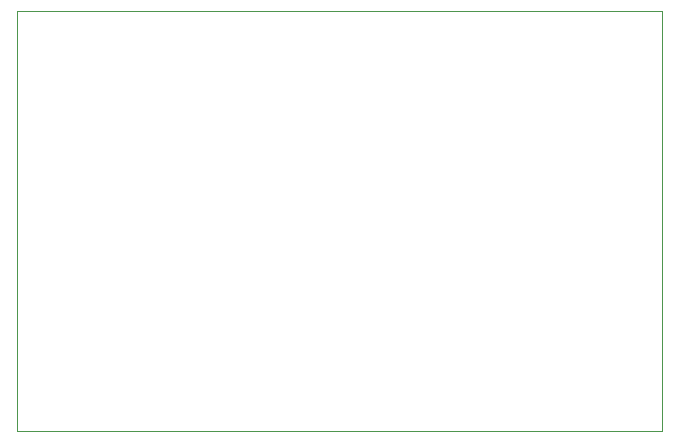
<source format=gm1>
%TF.GenerationSoftware,KiCad,Pcbnew,(6.0.2)*%
%TF.CreationDate,2022-02-27T07:15:14-05:00*%
%TF.ProjectId,breakout_slime,62726561-6b6f-4757-945f-736c696d652e,0.1*%
%TF.SameCoordinates,Original*%
%TF.FileFunction,Profile,NP*%
%FSLAX46Y46*%
G04 Gerber Fmt 4.6, Leading zero omitted, Abs format (unit mm)*
G04 Created by KiCad (PCBNEW (6.0.2)) date 2022-02-27 07:15:14*
%MOMM*%
%LPD*%
G01*
G04 APERTURE LIST*
%TA.AperFunction,Profile*%
%ADD10C,0.100000*%
%TD*%
G04 APERTURE END LIST*
D10*
X103486520Y-28810520D02*
X48876520Y-28810520D01*
X48876520Y-28810520D02*
X48876520Y-64370520D01*
X48876520Y-64370520D02*
X103486520Y-64370520D01*
X103486520Y-64370520D02*
X103486520Y-28810520D01*
M02*

</source>
